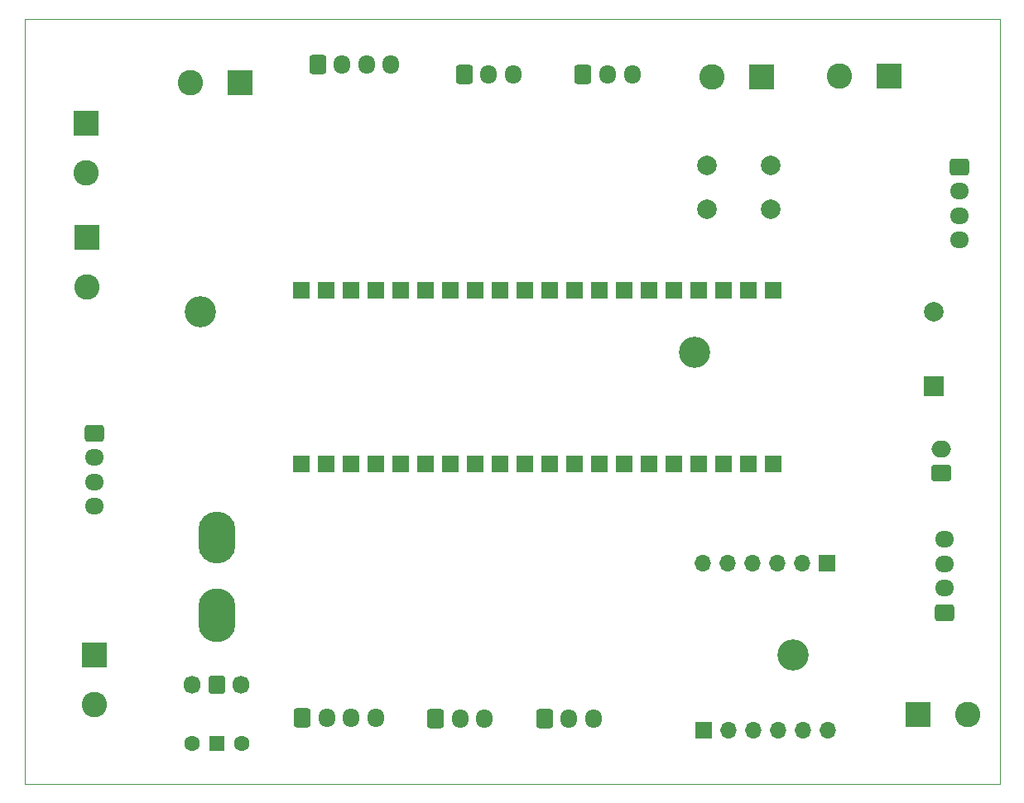
<source format=gbr>
%TF.GenerationSoftware,KiCad,Pcbnew,8.0.8*%
%TF.CreationDate,2025-03-28T16:36:24+05:30*%
%TF.ProjectId,MainBoard_v1.2.0,4d61696e-426f-4617-9264-5f76312e322e,rev?*%
%TF.SameCoordinates,Original*%
%TF.FileFunction,Soldermask,Bot*%
%TF.FilePolarity,Negative*%
%FSLAX46Y46*%
G04 Gerber Fmt 4.6, Leading zero omitted, Abs format (unit mm)*
G04 Created by KiCad (PCBNEW 8.0.8) date 2025-03-28 16:36:24*
%MOMM*%
%LPD*%
G01*
G04 APERTURE LIST*
G04 Aperture macros list*
%AMRoundRect*
0 Rectangle with rounded corners*
0 $1 Rounding radius*
0 $2 $3 $4 $5 $6 $7 $8 $9 X,Y pos of 4 corners*
0 Add a 4 corners polygon primitive as box body*
4,1,4,$2,$3,$4,$5,$6,$7,$8,$9,$2,$3,0*
0 Add four circle primitives for the rounded corners*
1,1,$1+$1,$2,$3*
1,1,$1+$1,$4,$5*
1,1,$1+$1,$6,$7*
1,1,$1+$1,$8,$9*
0 Add four rect primitives between the rounded corners*
20,1,$1+$1,$2,$3,$4,$5,0*
20,1,$1+$1,$4,$5,$6,$7,0*
20,1,$1+$1,$6,$7,$8,$9,0*
20,1,$1+$1,$8,$9,$2,$3,0*%
G04 Aperture macros list end*
%ADD10C,3.200000*%
%ADD11R,2.600000X2.600000*%
%ADD12C,2.600000*%
%ADD13RoundRect,0.250000X-0.600000X-0.725000X0.600000X-0.725000X0.600000X0.725000X-0.600000X0.725000X0*%
%ADD14O,1.700000X1.950000*%
%ADD15RoundRect,0.250000X0.725000X-0.600000X0.725000X0.600000X-0.725000X0.600000X-0.725000X-0.600000X0*%
%ADD16O,1.950000X1.700000*%
%ADD17RoundRect,0.102000X0.754000X-0.754000X0.754000X0.754000X-0.754000X0.754000X-0.754000X-0.754000X0*%
%ADD18RoundRect,0.250000X0.600000X0.675000X-0.600000X0.675000X-0.600000X-0.675000X0.600000X-0.675000X0*%
%ADD19O,1.700000X1.850000*%
%ADD20R,2.000000X2.000000*%
%ADD21C,2.000000*%
%ADD22RoundRect,0.250000X-0.725000X0.600000X-0.725000X-0.600000X0.725000X-0.600000X0.725000X0.600000X0*%
%ADD23O,3.800000X5.500000*%
%ADD24O,3.800000X5.300000*%
%ADD25R,1.500000X1.500000*%
%ADD26C,1.600000*%
%ADD27RoundRect,0.250000X0.750000X-0.600000X0.750000X0.600000X-0.750000X0.600000X-0.750000X-0.600000X0*%
%ADD28O,2.000000X1.700000*%
%ADD29O,1.700000X1.700000*%
%ADD30R,1.700000X1.700000*%
%TA.AperFunction,Profile*%
%ADD31C,0.050000*%
%TD*%
G04 APERTURE END LIST*
D10*
%TO.C,REF\u002A\u002A*%
X68820000Y-117850000D03*
%TD*%
%TO.C,REF\u002A\u002A*%
X119370000Y-122010000D03*
%TD*%
D11*
%TO.C,J15*%
X139305000Y-93725000D03*
D12*
X134225000Y-93725000D03*
%TD*%
D13*
%TO.C,J6*%
X95830000Y-93555000D03*
D14*
X98330000Y-93555000D03*
X100830000Y-93555000D03*
%TD*%
D13*
%TO.C,J5*%
X79260000Y-159435000D03*
D14*
X81760000Y-159435000D03*
X84260000Y-159435000D03*
X86760000Y-159435000D03*
%TD*%
D15*
%TO.C,J1*%
X144930000Y-148640000D03*
D16*
X144930000Y-146140000D03*
X144930000Y-143640000D03*
X144930000Y-141140000D03*
%TD*%
D11*
%TO.C,BATTERY_CONN2*%
X57125000Y-98505000D03*
D12*
X57125000Y-103585000D03*
%TD*%
D11*
%TO.C,J9*%
X142215000Y-159075000D03*
D12*
X147295000Y-159075000D03*
%TD*%
D11*
%TO.C,BATTERY_CONN4*%
X72925000Y-94395000D03*
D12*
X67845000Y-94395000D03*
%TD*%
D17*
%TO.C,U1*%
X89300000Y-115610000D03*
X86760000Y-115610000D03*
X91840000Y-115610000D03*
X96920000Y-115610000D03*
X84220000Y-115610000D03*
X109620000Y-115610000D03*
X122320000Y-115610000D03*
X84220000Y-133390000D03*
X96920000Y-133390000D03*
X109620000Y-133390000D03*
X122320000Y-133390000D03*
X79140000Y-133390000D03*
X81680000Y-133390000D03*
X86760000Y-133390000D03*
X89300000Y-133390000D03*
X91840000Y-133390000D03*
X94380000Y-133390000D03*
X99460000Y-133390000D03*
X102000000Y-133390000D03*
X104540000Y-133390000D03*
X107080000Y-133390000D03*
X112160000Y-133390000D03*
X114700000Y-133390000D03*
X117240000Y-133390000D03*
X119780000Y-133390000D03*
X124860000Y-133390000D03*
X127400000Y-133390000D03*
X127400000Y-115610000D03*
X124860000Y-115610000D03*
X119780000Y-115610000D03*
X117240000Y-115610000D03*
X114700000Y-115610000D03*
X112160000Y-115610000D03*
X107080000Y-115610000D03*
X102000000Y-115610000D03*
X99460000Y-115610000D03*
X94380000Y-115610000D03*
X104540000Y-115610000D03*
X79140000Y-115610000D03*
X81680000Y-115610000D03*
%TD*%
D13*
%TO.C,J11*%
X80850000Y-92505000D03*
D14*
X83350000Y-92505000D03*
X85850000Y-92505000D03*
X88350000Y-92505000D03*
%TD*%
D18*
%TO.C,Q1*%
X70500000Y-156000000D03*
D19*
X73000000Y-156000000D03*
X68000000Y-156000000D03*
%TD*%
D20*
%TO.C,JP1*%
X143890000Y-125480000D03*
D21*
X143890000Y-117880000D03*
%TD*%
D22*
%TO.C,J12*%
X146500000Y-103000000D03*
D16*
X146500000Y-105500000D03*
X146500000Y-108000000D03*
X146500000Y-110500000D03*
%TD*%
D23*
%TO.C,F1*%
X70500000Y-148950000D03*
D24*
X70500000Y-140950000D03*
%TD*%
D13*
%TO.C,J4*%
X92890000Y-159465000D03*
D14*
X95390000Y-159465000D03*
X97890000Y-159465000D03*
%TD*%
D22*
%TO.C,J10*%
X58025000Y-130250000D03*
D16*
X58025000Y-132750000D03*
X58025000Y-135250000D03*
X58025000Y-137750000D03*
%TD*%
D13*
%TO.C,J7*%
X108000000Y-93530000D03*
D14*
X110500000Y-93530000D03*
X113000000Y-93530000D03*
%TD*%
D25*
%TO.C,SW2*%
X70540000Y-162000000D03*
D26*
X68000000Y-162000000D03*
X73080000Y-162000000D03*
%TD*%
D21*
%TO.C,SW1*%
X120670000Y-102820000D03*
X127170000Y-102820000D03*
X120670000Y-107320000D03*
X127170000Y-107320000D03*
%TD*%
D11*
%TO.C,BATTERY_CONN3*%
X57275000Y-110245000D03*
D12*
X57275000Y-115325000D03*
%TD*%
D11*
%TO.C,BATTERY_CONN1*%
X58000000Y-153000000D03*
D12*
X58000000Y-158080000D03*
%TD*%
D11*
%TO.C,J8*%
X126240000Y-93760000D03*
D12*
X121160000Y-93760000D03*
%TD*%
D27*
%TO.C,J14*%
X144600000Y-134360000D03*
D28*
X144600000Y-131860000D03*
%TD*%
D10*
%TO.C,REF\u002A\u002A*%
X129440000Y-152990000D03*
%TD*%
D29*
%TO.C,J2*%
X133008490Y-160652115D03*
X130468490Y-160652115D03*
X127928490Y-160652115D03*
X125388490Y-160652115D03*
X122848490Y-160652115D03*
D30*
X120308490Y-160652115D03*
%TD*%
%TO.C,J3*%
X132970000Y-143610000D03*
D29*
X130430000Y-143610000D03*
X127890000Y-143610000D03*
X125350000Y-143610000D03*
X122810000Y-143610000D03*
X120270000Y-143610000D03*
%TD*%
D13*
%TO.C,J13*%
X104060000Y-159460000D03*
D14*
X106560000Y-159460000D03*
X109060000Y-159460000D03*
%TD*%
D31*
X50875000Y-87873251D02*
X150625000Y-87873251D01*
X150625000Y-166150000D01*
X50875000Y-166150000D01*
X50875000Y-87873251D01*
M02*

</source>
